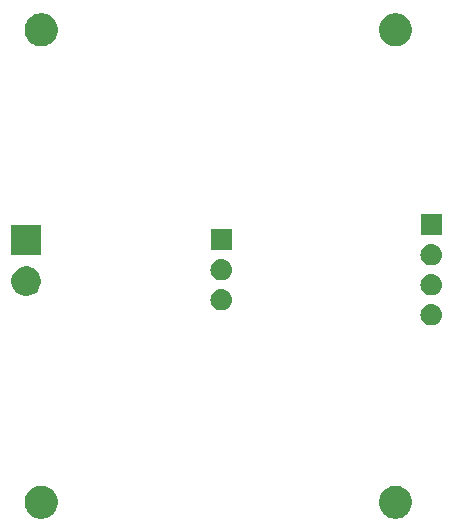
<source format=gbr>
G04 #@! TF.GenerationSoftware,KiCad,Pcbnew,5.1.4-e60b266~84~ubuntu18.04.1*
G04 #@! TF.CreationDate,2019-09-29T09:52:18-04:00*
G04 #@! TF.ProjectId,hotspot,686f7473-706f-4742-9e6b-696361645f70,rev?*
G04 #@! TF.SameCoordinates,Original*
G04 #@! TF.FileFunction,Soldermask,Top*
G04 #@! TF.FilePolarity,Negative*
%FSLAX46Y46*%
G04 Gerber Fmt 4.6, Leading zero omitted, Abs format (unit mm)*
G04 Created by KiCad (PCBNEW 5.1.4-e60b266~84~ubuntu18.04.1) date 2019-09-29 09:52:18*
%MOMM*%
%LPD*%
G04 APERTURE LIST*
%ADD10C,0.100000*%
G04 APERTURE END LIST*
D10*
G36*
X318433Y-38634893D02*
G01*
X408657Y-38652839D01*
X514267Y-38696585D01*
X663621Y-38758449D01*
X663622Y-38758450D01*
X893086Y-38911772D01*
X1088228Y-39106914D01*
X1190675Y-39260237D01*
X1241551Y-39336379D01*
X1347161Y-39591344D01*
X1401000Y-39862012D01*
X1401000Y-40137988D01*
X1347161Y-40408656D01*
X1241551Y-40663621D01*
X1241550Y-40663622D01*
X1088228Y-40893086D01*
X893086Y-41088228D01*
X739763Y-41190675D01*
X663621Y-41241551D01*
X514267Y-41303415D01*
X408657Y-41347161D01*
X318433Y-41365107D01*
X137988Y-41401000D01*
X-137988Y-41401000D01*
X-318433Y-41365107D01*
X-408657Y-41347161D01*
X-514267Y-41303415D01*
X-663621Y-41241551D01*
X-739763Y-41190675D01*
X-893086Y-41088228D01*
X-1088228Y-40893086D01*
X-1241550Y-40663622D01*
X-1241551Y-40663621D01*
X-1347161Y-40408656D01*
X-1401000Y-40137988D01*
X-1401000Y-39862012D01*
X-1347161Y-39591344D01*
X-1241551Y-39336379D01*
X-1190675Y-39260237D01*
X-1088228Y-39106914D01*
X-893086Y-38911772D01*
X-663622Y-38758450D01*
X-663621Y-38758449D01*
X-514267Y-38696585D01*
X-408657Y-38652839D01*
X-318433Y-38634893D01*
X-137988Y-38599000D01*
X137988Y-38599000D01*
X318433Y-38634893D01*
X318433Y-38634893D01*
G37*
G36*
X30318433Y-38634893D02*
G01*
X30408657Y-38652839D01*
X30514267Y-38696585D01*
X30663621Y-38758449D01*
X30663622Y-38758450D01*
X30893086Y-38911772D01*
X31088228Y-39106914D01*
X31190675Y-39260237D01*
X31241551Y-39336379D01*
X31347161Y-39591344D01*
X31401000Y-39862012D01*
X31401000Y-40137988D01*
X31347161Y-40408656D01*
X31241551Y-40663621D01*
X31241550Y-40663622D01*
X31088228Y-40893086D01*
X30893086Y-41088228D01*
X30739763Y-41190675D01*
X30663621Y-41241551D01*
X30514267Y-41303415D01*
X30408657Y-41347161D01*
X30318433Y-41365107D01*
X30137988Y-41401000D01*
X29862012Y-41401000D01*
X29681567Y-41365107D01*
X29591343Y-41347161D01*
X29485733Y-41303415D01*
X29336379Y-41241551D01*
X29260237Y-41190675D01*
X29106914Y-41088228D01*
X28911772Y-40893086D01*
X28758450Y-40663622D01*
X28758449Y-40663621D01*
X28652839Y-40408656D01*
X28599000Y-40137988D01*
X28599000Y-39862012D01*
X28652839Y-39591344D01*
X28758449Y-39336379D01*
X28809325Y-39260237D01*
X28911772Y-39106914D01*
X29106914Y-38911772D01*
X29336378Y-38758450D01*
X29336379Y-38758449D01*
X29485733Y-38696585D01*
X29591343Y-38652839D01*
X29681567Y-38634893D01*
X29862012Y-38599000D01*
X30137988Y-38599000D01*
X30318433Y-38634893D01*
X30318433Y-38634893D01*
G37*
G36*
X33130442Y-23235518D02*
G01*
X33196627Y-23242037D01*
X33366466Y-23293557D01*
X33522991Y-23377222D01*
X33558729Y-23406552D01*
X33660186Y-23489814D01*
X33743448Y-23591271D01*
X33772778Y-23627009D01*
X33856443Y-23783534D01*
X33907963Y-23953373D01*
X33925359Y-24130000D01*
X33907963Y-24306627D01*
X33856443Y-24476466D01*
X33772778Y-24632991D01*
X33743448Y-24668729D01*
X33660186Y-24770186D01*
X33558729Y-24853448D01*
X33522991Y-24882778D01*
X33366466Y-24966443D01*
X33196627Y-25017963D01*
X33130443Y-25024481D01*
X33064260Y-25031000D01*
X32975740Y-25031000D01*
X32909557Y-25024481D01*
X32843373Y-25017963D01*
X32673534Y-24966443D01*
X32517009Y-24882778D01*
X32481271Y-24853448D01*
X32379814Y-24770186D01*
X32296552Y-24668729D01*
X32267222Y-24632991D01*
X32183557Y-24476466D01*
X32132037Y-24306627D01*
X32114641Y-24130000D01*
X32132037Y-23953373D01*
X32183557Y-23783534D01*
X32267222Y-23627009D01*
X32296552Y-23591271D01*
X32379814Y-23489814D01*
X32481271Y-23406552D01*
X32517009Y-23377222D01*
X32673534Y-23293557D01*
X32843373Y-23242037D01*
X32909558Y-23235518D01*
X32975740Y-23229000D01*
X33064260Y-23229000D01*
X33130442Y-23235518D01*
X33130442Y-23235518D01*
G37*
G36*
X15350443Y-21965519D02*
G01*
X15416627Y-21972037D01*
X15586466Y-22023557D01*
X15742991Y-22107222D01*
X15778729Y-22136552D01*
X15880186Y-22219814D01*
X15963448Y-22321271D01*
X15992778Y-22357009D01*
X16076443Y-22513534D01*
X16127963Y-22683373D01*
X16145359Y-22860000D01*
X16127963Y-23036627D01*
X16076443Y-23206466D01*
X15992778Y-23362991D01*
X15963448Y-23398729D01*
X15880186Y-23500186D01*
X15778729Y-23583448D01*
X15742991Y-23612778D01*
X15586466Y-23696443D01*
X15416627Y-23747963D01*
X15350442Y-23754482D01*
X15284260Y-23761000D01*
X15195740Y-23761000D01*
X15129558Y-23754482D01*
X15063373Y-23747963D01*
X14893534Y-23696443D01*
X14737009Y-23612778D01*
X14701271Y-23583448D01*
X14599814Y-23500186D01*
X14516552Y-23398729D01*
X14487222Y-23362991D01*
X14403557Y-23206466D01*
X14352037Y-23036627D01*
X14334641Y-22860000D01*
X14352037Y-22683373D01*
X14403557Y-22513534D01*
X14487222Y-22357009D01*
X14516552Y-22321271D01*
X14599814Y-22219814D01*
X14701271Y-22136552D01*
X14737009Y-22107222D01*
X14893534Y-22023557D01*
X15063373Y-21972037D01*
X15129557Y-21965519D01*
X15195740Y-21959000D01*
X15284260Y-21959000D01*
X15350443Y-21965519D01*
X15350443Y-21965519D01*
G37*
G36*
X-905097Y-20077075D02*
G01*
X-677429Y-20171378D01*
X-472534Y-20308285D01*
X-298285Y-20482534D01*
X-175385Y-20666466D01*
X-161377Y-20687431D01*
X-67075Y-20915097D01*
X-19068Y-21156442D01*
X-19000Y-21156787D01*
X-19000Y-21403213D01*
X-67075Y-21644903D01*
X-161378Y-21872571D01*
X-298285Y-22077466D01*
X-472534Y-22251715D01*
X-677429Y-22388622D01*
X-677430Y-22388623D01*
X-677431Y-22388623D01*
X-905097Y-22482925D01*
X-1146786Y-22531000D01*
X-1393214Y-22531000D01*
X-1634903Y-22482925D01*
X-1862569Y-22388623D01*
X-1862570Y-22388623D01*
X-1862571Y-22388622D01*
X-2067466Y-22251715D01*
X-2241715Y-22077466D01*
X-2378622Y-21872571D01*
X-2472925Y-21644903D01*
X-2521000Y-21403213D01*
X-2521000Y-21156787D01*
X-2520931Y-21156442D01*
X-2472925Y-20915097D01*
X-2378623Y-20687431D01*
X-2364615Y-20666466D01*
X-2241715Y-20482534D01*
X-2067466Y-20308285D01*
X-1862571Y-20171378D01*
X-1634903Y-20077075D01*
X-1393214Y-20029000D01*
X-1146786Y-20029000D01*
X-905097Y-20077075D01*
X-905097Y-20077075D01*
G37*
G36*
X33130443Y-20695519D02*
G01*
X33196627Y-20702037D01*
X33366466Y-20753557D01*
X33522991Y-20837222D01*
X33558729Y-20866552D01*
X33660186Y-20949814D01*
X33743448Y-21051271D01*
X33772778Y-21087009D01*
X33856443Y-21243534D01*
X33907963Y-21413373D01*
X33925359Y-21590000D01*
X33907963Y-21766627D01*
X33856443Y-21936466D01*
X33772778Y-22092991D01*
X33743448Y-22128729D01*
X33660186Y-22230186D01*
X33558729Y-22313448D01*
X33522991Y-22342778D01*
X33366466Y-22426443D01*
X33196627Y-22477963D01*
X33146246Y-22482925D01*
X33064260Y-22491000D01*
X32975740Y-22491000D01*
X32893754Y-22482925D01*
X32843373Y-22477963D01*
X32673534Y-22426443D01*
X32517009Y-22342778D01*
X32481271Y-22313448D01*
X32379814Y-22230186D01*
X32296552Y-22128729D01*
X32267222Y-22092991D01*
X32183557Y-21936466D01*
X32132037Y-21766627D01*
X32114641Y-21590000D01*
X32132037Y-21413373D01*
X32183557Y-21243534D01*
X32267222Y-21087009D01*
X32296552Y-21051271D01*
X32379814Y-20949814D01*
X32481271Y-20866552D01*
X32517009Y-20837222D01*
X32673534Y-20753557D01*
X32843373Y-20702037D01*
X32909557Y-20695519D01*
X32975740Y-20689000D01*
X33064260Y-20689000D01*
X33130443Y-20695519D01*
X33130443Y-20695519D01*
G37*
G36*
X15350443Y-19425519D02*
G01*
X15416627Y-19432037D01*
X15586466Y-19483557D01*
X15742991Y-19567222D01*
X15778729Y-19596552D01*
X15880186Y-19679814D01*
X15963448Y-19781271D01*
X15992778Y-19817009D01*
X16076443Y-19973534D01*
X16127963Y-20143373D01*
X16145359Y-20320000D01*
X16127963Y-20496627D01*
X16076443Y-20666466D01*
X15992778Y-20822991D01*
X15963448Y-20858729D01*
X15880186Y-20960186D01*
X15778729Y-21043448D01*
X15742991Y-21072778D01*
X15586466Y-21156443D01*
X15416627Y-21207963D01*
X15350442Y-21214482D01*
X15284260Y-21221000D01*
X15195740Y-21221000D01*
X15129558Y-21214482D01*
X15063373Y-21207963D01*
X14893534Y-21156443D01*
X14737009Y-21072778D01*
X14701271Y-21043448D01*
X14599814Y-20960186D01*
X14516552Y-20858729D01*
X14487222Y-20822991D01*
X14403557Y-20666466D01*
X14352037Y-20496627D01*
X14334641Y-20320000D01*
X14352037Y-20143373D01*
X14403557Y-19973534D01*
X14487222Y-19817009D01*
X14516552Y-19781271D01*
X14599814Y-19679814D01*
X14701271Y-19596552D01*
X14737009Y-19567222D01*
X14893534Y-19483557D01*
X15063373Y-19432037D01*
X15129557Y-19425519D01*
X15195740Y-19419000D01*
X15284260Y-19419000D01*
X15350443Y-19425519D01*
X15350443Y-19425519D01*
G37*
G36*
X33130442Y-18155518D02*
G01*
X33196627Y-18162037D01*
X33366466Y-18213557D01*
X33522991Y-18297222D01*
X33558729Y-18326552D01*
X33660186Y-18409814D01*
X33743448Y-18511271D01*
X33772778Y-18547009D01*
X33856443Y-18703534D01*
X33907963Y-18873373D01*
X33925359Y-19050000D01*
X33907963Y-19226627D01*
X33856443Y-19396466D01*
X33772778Y-19552991D01*
X33743448Y-19588729D01*
X33660186Y-19690186D01*
X33558729Y-19773448D01*
X33522991Y-19802778D01*
X33366466Y-19886443D01*
X33196627Y-19937963D01*
X33130442Y-19944482D01*
X33064260Y-19951000D01*
X32975740Y-19951000D01*
X32909558Y-19944482D01*
X32843373Y-19937963D01*
X32673534Y-19886443D01*
X32517009Y-19802778D01*
X32481271Y-19773448D01*
X32379814Y-19690186D01*
X32296552Y-19588729D01*
X32267222Y-19552991D01*
X32183557Y-19396466D01*
X32132037Y-19226627D01*
X32114641Y-19050000D01*
X32132037Y-18873373D01*
X32183557Y-18703534D01*
X32267222Y-18547009D01*
X32296552Y-18511271D01*
X32379814Y-18409814D01*
X32481271Y-18326552D01*
X32517009Y-18297222D01*
X32673534Y-18213557D01*
X32843373Y-18162037D01*
X32909558Y-18155518D01*
X32975740Y-18149000D01*
X33064260Y-18149000D01*
X33130442Y-18155518D01*
X33130442Y-18155518D01*
G37*
G36*
X-19000Y-19031000D02*
G01*
X-2521000Y-19031000D01*
X-2521000Y-16529000D01*
X-19000Y-16529000D01*
X-19000Y-19031000D01*
X-19000Y-19031000D01*
G37*
G36*
X16141000Y-18681000D02*
G01*
X14339000Y-18681000D01*
X14339000Y-16879000D01*
X16141000Y-16879000D01*
X16141000Y-18681000D01*
X16141000Y-18681000D01*
G37*
G36*
X33921000Y-17411000D02*
G01*
X32119000Y-17411000D01*
X32119000Y-15609000D01*
X33921000Y-15609000D01*
X33921000Y-17411000D01*
X33921000Y-17411000D01*
G37*
G36*
X30318433Y1365107D02*
G01*
X30408657Y1347161D01*
X30514267Y1303415D01*
X30663621Y1241551D01*
X30663622Y1241550D01*
X30893086Y1088228D01*
X31088228Y893086D01*
X31190675Y739763D01*
X31241551Y663621D01*
X31347161Y408656D01*
X31401000Y137988D01*
X31401000Y-137988D01*
X31347161Y-408656D01*
X31241551Y-663621D01*
X31241550Y-663622D01*
X31088228Y-893086D01*
X30893086Y-1088228D01*
X30739763Y-1190675D01*
X30663621Y-1241551D01*
X30514267Y-1303415D01*
X30408657Y-1347161D01*
X30318433Y-1365107D01*
X30137988Y-1401000D01*
X29862012Y-1401000D01*
X29681567Y-1365107D01*
X29591343Y-1347161D01*
X29485733Y-1303415D01*
X29336379Y-1241551D01*
X29260237Y-1190675D01*
X29106914Y-1088228D01*
X28911772Y-893086D01*
X28758450Y-663622D01*
X28758449Y-663621D01*
X28652839Y-408656D01*
X28599000Y-137988D01*
X28599000Y137988D01*
X28652839Y408656D01*
X28758449Y663621D01*
X28809325Y739763D01*
X28911772Y893086D01*
X29106914Y1088228D01*
X29336378Y1241550D01*
X29336379Y1241551D01*
X29485733Y1303415D01*
X29591343Y1347161D01*
X29681567Y1365107D01*
X29862012Y1401000D01*
X30137988Y1401000D01*
X30318433Y1365107D01*
X30318433Y1365107D01*
G37*
G36*
X318433Y1365107D02*
G01*
X408657Y1347161D01*
X514267Y1303415D01*
X663621Y1241551D01*
X663622Y1241550D01*
X893086Y1088228D01*
X1088228Y893086D01*
X1190675Y739763D01*
X1241551Y663621D01*
X1347161Y408656D01*
X1401000Y137988D01*
X1401000Y-137988D01*
X1347161Y-408656D01*
X1241551Y-663621D01*
X1241550Y-663622D01*
X1088228Y-893086D01*
X893086Y-1088228D01*
X739763Y-1190675D01*
X663621Y-1241551D01*
X514267Y-1303415D01*
X408657Y-1347161D01*
X318433Y-1365107D01*
X137988Y-1401000D01*
X-137988Y-1401000D01*
X-318433Y-1365107D01*
X-408657Y-1347161D01*
X-514267Y-1303415D01*
X-663621Y-1241551D01*
X-739763Y-1190675D01*
X-893086Y-1088228D01*
X-1088228Y-893086D01*
X-1241550Y-663622D01*
X-1241551Y-663621D01*
X-1347161Y-408656D01*
X-1401000Y-137988D01*
X-1401000Y137988D01*
X-1347161Y408656D01*
X-1241551Y663621D01*
X-1190675Y739763D01*
X-1088228Y893086D01*
X-893086Y1088228D01*
X-663622Y1241550D01*
X-663621Y1241551D01*
X-514267Y1303415D01*
X-408657Y1347161D01*
X-318433Y1365107D01*
X-137988Y1401000D01*
X137988Y1401000D01*
X318433Y1365107D01*
X318433Y1365107D01*
G37*
M02*

</source>
